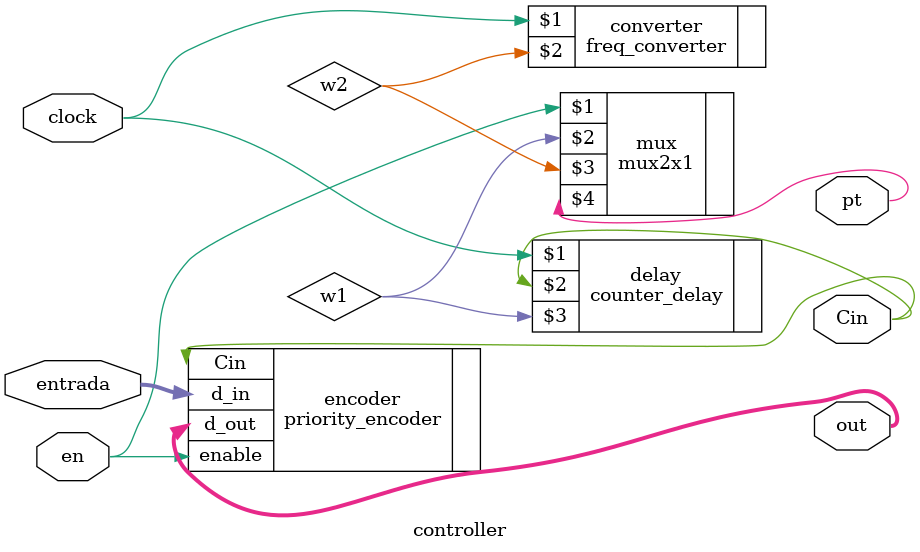
<source format=v>
module controller (
    input wire [9:0] entrada,
    input wire en,
    input wire clock,
    output wire [3:0] out,
    output wire Cin,
    output wire pt
);

wire w1; 
wire w2;
    priority_encoder encoder(.d_out(out), .d_in(entrada), .enable(en), .Cin(Cin));
    counter_delay delay(clock, Cin,w1);
freq_converter converter(clock,w2);
mux2x1 mux(en,w1,w2,pt);

endmodule

</source>
